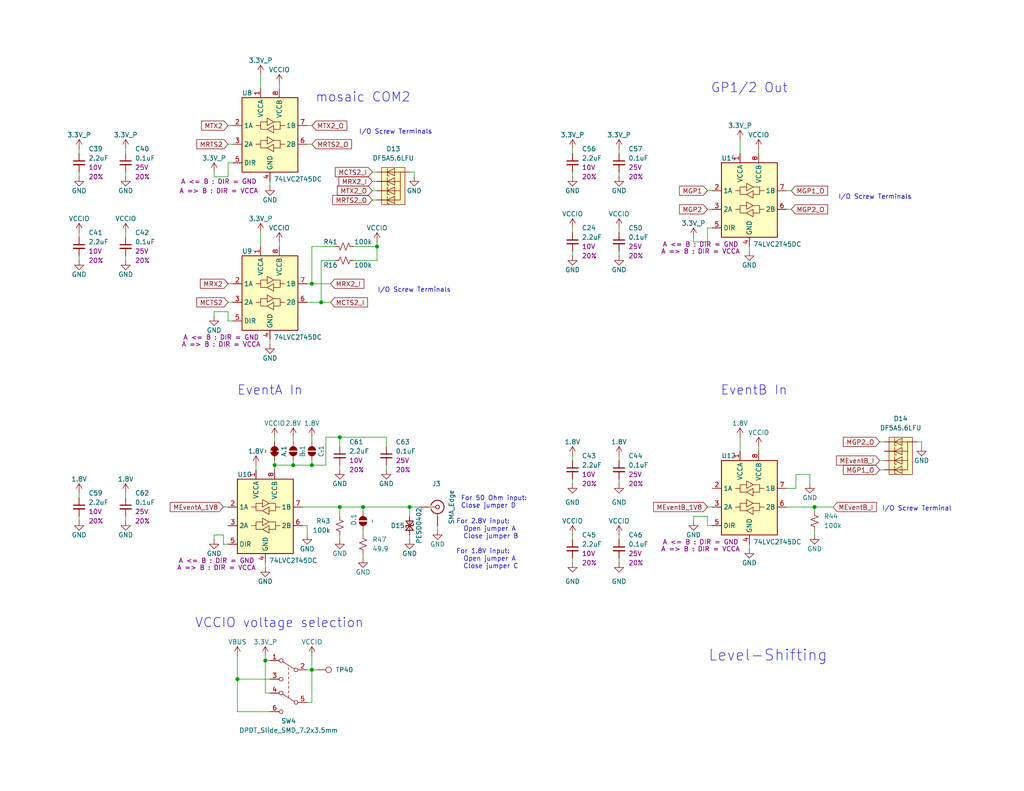
<source format=kicad_sch>
(kicad_sch (version 20231120) (generator "eeschema") (generator_version "8.0")
  (paper "USLetter")
  (title_block (title "Level Shifting"))
  (junction (at 92.71 119.38))
  (junction (at 74.93 127))
  (junction (at 99.06 138.43))
  (junction (at 64.77 185.42))
  (junction (at 85.09 77.47))
  (junction (at 72.39 180.34))
  (junction (at 92.71 138.43))
  (junction (at 111.76 138.43))
  (junction (at 102.87 67.31))
  (junction (at 85.09 127))
  (junction (at 85.09 182.88))
  (junction (at 87.63 82.55))
  (junction (at 80.01 127))
  (junction (at 222.25 138.43))
  (wire (pts (xy 21.59 48.26) (xy 21.59 46.99)))
  (wire (pts (xy 58.42 46.99) (xy 58.42 48.26)))
  (wire (pts (xy 85.09 67.31) (xy 85.09 77.47)))
  (wire (pts (xy 73.66 92.71) (xy 73.66 93.98)))
  (wire (pts (xy 193.04 52.07) (xy 194.31 52.07)))
  (wire (pts (xy 85.09 179.07) (xy 85.09 182.88)))
  (wire (pts (xy 62.23 44.45) (xy 63.5 44.45)))
  (wire (pts (xy 82.55 138.43) (xy 92.71 138.43)))
  (wire (pts (xy 156.21 125.73) (xy 156.21 124.46)))
  (wire (pts (xy 69.85 127) (xy 69.85 128.27)))
  (wire (pts (xy 83.82 82.55) (xy 87.63 82.55)))
  (wire (pts (xy 82.55 143.51) (xy 83.82 143.51)))
  (wire (pts (xy 222.25 138.43) (xy 222.25 139.7)))
  (wire (pts (xy 240.03 120.65) (xy 241.3 120.65)))
  (wire (pts (xy 88.9 127) (xy 88.9 119.38)))
  (wire (pts (xy 111.76 46.99) (xy 113.03 46.99)))
  (wire (pts (xy 214.63 138.43) (xy 222.25 138.43)))
  (wire (pts (xy 92.71 128.27) (xy 92.71 127)))
  (wire (pts (xy 85.09 67.31) (xy 91.44 67.31)))
  (wire (pts (xy 168.91 147.32) (xy 168.91 146.05)))
  (wire (pts (xy 34.29 48.26) (xy 34.29 46.99)))
  (wire (pts (xy 214.63 57.15) (xy 215.9 57.15)))
  (wire (pts (xy 96.52 71.12) (xy 102.87 71.12)))
  (wire (pts (xy 72.39 179.07) (xy 72.39 180.34)))
  (wire (pts (xy 168.91 41.91) (xy 168.91 40.64)))
  (wire (pts (xy 21.59 135.89) (xy 21.59 134.62)))
  (wire (pts (xy 101.6 49.53) (xy 102.87 49.53)))
  (wire (pts (xy 85.09 125.73) (xy 85.09 127)))
  (wire (pts (xy 21.59 71.12) (xy 21.59 69.85)))
  (wire (pts (xy 105.41 128.27) (xy 105.41 127)))
  (wire (pts (xy 99.06 138.43) (xy 111.76 138.43)))
  (wire (pts (xy 60.96 148.59) (xy 60.96 146.05)))
  (wire (pts (xy 168.91 48.26) (xy 168.91 46.99)))
  (wire (pts (xy 62.23 77.47) (xy 63.5 77.47)))
  (wire (pts (xy 220.98 129.54) (xy 220.98 132.08)))
  (wire (pts (xy 21.59 41.91) (xy 21.59 40.64)))
  (wire (pts (xy 189.23 140.97) (xy 193.04 140.97)))
  (wire (pts (xy 102.87 71.12) (xy 102.87 67.31)))
  (wire (pts (xy 73.66 194.31) (xy 64.77 194.31)))
  (wire (pts (xy 85.09 182.88) (xy 85.09 191.77)))
  (wire (pts (xy 62.23 34.29) (xy 63.5 34.29)))
  (wire (pts (xy 204.47 67.31) (xy 204.47 68.58)))
  (wire (pts (xy 58.42 146.05) (xy 58.42 147.32)))
  (wire (pts (xy 193.04 138.43) (xy 194.31 138.43)))
  (wire (pts (xy 85.09 119.38) (xy 85.09 120.65)))
  (wire (pts (xy 72.39 180.34) (xy 73.66 180.34)))
  (wire (pts (xy 83.82 191.77) (xy 85.09 191.77)))
  (wire (pts (xy 201.93 38.1) (xy 201.93 41.91)))
  (wire (pts (xy 85.09 182.88) (xy 86.36 182.88)))
  (wire (pts (xy 111.76 138.43) (xy 114.3 138.43)))
  (wire (pts (xy 96.52 67.31) (xy 102.87 67.31)))
  (wire (pts (xy 76.2 22.86) (xy 76.2 24.13)))
  (wire (pts (xy 101.6 52.07) (xy 102.87 52.07)))
  (wire (pts (xy 64.77 185.42) (xy 64.77 179.07)))
  (wire (pts (xy 83.82 39.37) (xy 85.09 39.37)))
  (wire (pts (xy 99.06 144.78) (xy 99.06 146.05)))
  (wire (pts (xy 101.6 46.99) (xy 102.87 46.99)))
  (wire (pts (xy 250.19 120.65) (xy 251.46 120.65)))
  (wire (pts (xy 168.91 69.85) (xy 168.91 68.58)))
  (wire (pts (xy 71.12 63.5) (xy 71.12 67.31)))
  (wire (pts (xy 207.01 121.92) (xy 207.01 123.19)))
  (wire (pts (xy 83.82 77.47) (xy 85.09 77.47)))
  (wire (pts (xy 102.87 67.31) (xy 102.87 66.04)))
  (wire (pts (xy 111.76 147.32) (xy 111.76 146.05)))
  (wire (pts (xy 87.63 82.55) (xy 90.17 82.55)))
  (wire (pts (xy 168.91 132.08) (xy 168.91 130.81)))
  (wire (pts (xy 60.96 148.59) (xy 62.23 148.59)))
  (wire (pts (xy 62.23 48.26) (xy 62.23 44.45)))
  (wire (pts (xy 85.09 182.88) (xy 83.82 182.88)))
  (wire (pts (xy 87.63 71.12) (xy 91.44 71.12)))
  (wire (pts (xy 193.04 57.15) (xy 194.31 57.15)))
  (wire (pts (xy 156.21 147.32) (xy 156.21 146.05)))
  (wire (pts (xy 87.63 71.12) (xy 87.63 82.55)))
  (wire (pts (xy 222.25 144.78) (xy 222.25 146.05)))
  (wire (pts (xy 92.71 146.05) (xy 92.71 147.32)))
  (wire (pts (xy 193.04 140.97) (xy 193.04 143.51)))
  (wire (pts (xy 64.77 194.31) (xy 64.77 185.42)))
  (wire (pts (xy 92.71 119.38) (xy 105.41 119.38)))
  (wire (pts (xy 58.42 48.26) (xy 62.23 48.26)))
  (wire (pts (xy 214.63 133.35) (xy 217.17 133.35)))
  (wire (pts (xy 168.91 153.67) (xy 168.91 152.4)))
  (wire (pts (xy 217.17 133.35) (xy 217.17 129.54)))
  (wire (pts (xy 58.42 85.09) (xy 62.23 85.09)))
  (wire (pts (xy 105.41 119.38) (xy 105.41 121.92)))
  (wire (pts (xy 214.63 52.07) (xy 215.9 52.07)))
  (wire (pts (xy 156.21 69.85) (xy 156.21 68.58)))
  (wire (pts (xy 92.71 119.38) (xy 92.71 121.92)))
  (wire (pts (xy 62.23 87.63) (xy 63.5 87.63)))
  (wire (pts (xy 60.96 146.05) (xy 58.42 146.05)))
  (wire (pts (xy 217.17 129.54) (xy 220.98 129.54)))
  (wire (pts (xy 62.23 85.09) (xy 62.23 87.63)))
  (wire (pts (xy 74.93 119.38) (xy 74.93 120.65)))
  (wire (pts (xy 201.93 119.38) (xy 201.93 123.19)))
  (wire (pts (xy 73.66 49.53) (xy 73.66 50.8)))
  (wire (pts (xy 92.71 138.43) (xy 99.06 138.43)))
  (wire (pts (xy 119.38 143.51) (xy 119.38 144.78)))
  (wire (pts (xy 72.39 180.34) (xy 72.39 189.23)))
  (wire (pts (xy 193.04 143.51) (xy 194.31 143.51)))
  (wire (pts (xy 73.66 189.23) (xy 72.39 189.23)))
  (wire (pts (xy 222.25 138.43) (xy 227.33 138.43)))
  (wire (pts (xy 156.21 153.67) (xy 156.21 152.4)))
  (wire (pts (xy 62.23 39.37) (xy 63.5 39.37)))
  (wire (pts (xy 34.29 41.91) (xy 34.29 40.64)))
  (wire (pts (xy 80.01 125.73) (xy 80.01 127)))
  (wire (pts (xy 204.47 148.59) (xy 204.47 149.86)))
  (wire (pts (xy 34.29 64.77) (xy 34.29 63.5)))
  (wire (pts (xy 99.06 151.13) (xy 99.06 152.4)))
  (wire (pts (xy 62.23 82.55) (xy 63.5 82.55)))
  (wire (pts (xy 85.09 127) (xy 88.9 127)))
  (wire (pts (xy 88.9 119.38) (xy 92.71 119.38)))
  (wire (pts (xy 156.21 63.5) (xy 156.21 62.23)))
  (wire (pts (xy 193.04 62.23) (xy 194.31 62.23)))
  (wire (pts (xy 168.91 125.73) (xy 168.91 124.46)))
  (wire (pts (xy 156.21 48.26) (xy 156.21 46.99)))
  (wire (pts (xy 71.12 20.32) (xy 71.12 24.13)))
  (wire (pts (xy 189.23 142.24) (xy 189.23 140.97)))
  (wire (pts (xy 80.01 127) (xy 85.09 127)))
  (wire (pts (xy 83.82 143.51) (xy 83.82 146.05)))
  (wire (pts (xy 72.39 153.67) (xy 72.39 154.94)))
  (wire (pts (xy 74.93 127) (xy 80.01 127)))
  (wire (pts (xy 193.04 66.04) (xy 189.23 66.04)))
  (wire (pts (xy 156.21 41.91) (xy 156.21 40.64)))
  (wire (pts (xy 92.71 138.43) (xy 92.71 140.97)))
  (wire (pts (xy 111.76 138.43) (xy 111.76 140.97)))
  (wire (pts (xy 189.23 64.77) (xy 189.23 66.04)))
  (wire (pts (xy 156.21 132.08) (xy 156.21 130.81)))
  (wire (pts (xy 251.46 120.65) (xy 251.46 121.92)))
  (wire (pts (xy 85.09 77.47) (xy 90.17 77.47)))
  (wire (pts (xy 76.2 66.04) (xy 76.2 67.31)))
  (wire (pts (xy 240.03 128.27) (xy 241.3 128.27)))
  (wire (pts (xy 168.91 63.5) (xy 168.91 62.23)))
  (wire (pts (xy 101.6 54.61) (xy 102.87 54.61)))
  (wire (pts (xy 240.03 125.73) (xy 241.3 125.73)))
  (wire (pts (xy 193.04 66.04) (xy 193.04 62.23)))
  (wire (pts (xy 21.59 142.24) (xy 21.59 140.97)))
  (wire (pts (xy 83.82 34.29) (xy 85.09 34.29)))
  (wire (pts (xy 21.59 64.77) (xy 21.59 63.5)))
  (wire (pts (xy 34.29 142.24) (xy 34.29 140.97)))
  (wire (pts (xy 99.06 138.43) (xy 99.06 139.7)))
  (wire (pts (xy 64.77 185.42) (xy 73.66 185.42)))
  (wire (pts (xy 58.42 86.36) (xy 58.42 85.09)))
  (wire (pts (xy 207.01 40.64) (xy 207.01 41.91)))
  (wire (pts (xy 60.96 138.43) (xy 62.23 138.43)))
  (wire (pts (xy 74.93 125.73) (xy 74.93 127)))
  (wire (pts (xy 74.93 127) (xy 74.93 128.27)))
  (wire (pts (xy 80.01 119.38) (xy 80.01 120.65)))
  (wire (pts (xy 113.03 46.99) (xy 113.03 48.26)))
  (wire (pts (xy 34.29 71.12) (xy 34.29 69.85)))
  (wire (pts (xy 34.29 135.89) (xy 34.29 134.62)))
  (text "I/O Screw Terminals" (at 238.76 54.61 0) (effects (font (size 1.27 1.27)) (justify bottom)))
  (text "GP1/2 Out" (at 204.47 24.13 0) (effects (font (size 2.54 2.54))))
  (text "I/O Screw Terminals" (at 107.95 36.83 0) (effects (font (size 1.27 1.27)) (justify bottom)))
  (text "For 50 Ohm input:\nClose jumper D" (at 125.73 137.16 0) (effects (font (size 1.27 1.27)) (justify left)))
  (text "mosaic COM2" (at 99.06 26.67 0) (effects (font (size 2.54 2.54))))
  (text "I/O Screw Terminal" (at 250.19 139.7 0) (effects (font (size 1.27 1.27)) (justify bottom)))
  (text "Level-Shifting" (at 209.55 179.07 0) (effects (font (size 3 3))))
  (text "For 2.8V input:\n  Open jumper A\n  Close jumper B\n\nFor 1.8V input:\n  Open jumper A\n  Close jumper C" (at 124.46 148.59 0) (effects (font (size 1.27 1.27)) (justify left)))
  (text "I/O Screw Terminals" (at 113.03 80.01 0) (effects (font (size 1.27 1.27)) (justify bottom)))
  (text "EventB In" (at 205.74 106.68 0) (effects (font (size 2.54 2.54))))
  (text "EventA In" (at 73.66 106.68 0) (effects (font (size 2.54 2.54))))
  (text "VCCIO voltage selection" (at 76.2 170.18 0) (effects (font (size 2.54 2.54))))
  (global_label "MEventB_1V8" (shape input) (at 193.04 138.43 180) (property "Intersheetrefs" "${INTERSHEET_REFS}" (effects (hide yes))))
  (global_label "MCTS2_I" (shape input) (at 101.6 46.99 180) (property "Intersheetrefs" "${INTERSHEET_REFS}" (effects (hide yes))))
  (global_label "MEventB_I" (shape input) (at 240.03 125.73 180) (property "Intersheetrefs" "${INTERSHEET_REFS}" (effects (hide yes))))
  (global_label "MGP1_O" (shape input) (at 240.03 128.27 180) (property "Intersheetrefs" "${INTERSHEET_REFS}" (effects (hide yes))))
  (global_label "MEventB_I" (shape input) (at 227.33 138.43 0) (property "Intersheetrefs" "${INTERSHEET_REFS}" (effects (hide yes))))
  (global_label "MTX2_O" (shape input) (at 85.09 34.29 0) (property "Intersheetrefs" "${INTERSHEET_REFS}" (effects (hide yes))))
  (global_label "MGP2_O" (shape input) (at 215.9 57.15 0) (property "Intersheetrefs" "${INTERSHEET_REFS}" (effects (hide yes))))
  (global_label "MRTS2_O" (shape input) (at 101.6 54.61 180) (property "Intersheetrefs" "${INTERSHEET_REFS}" (effects (hide yes))))
  (global_label "MGP2_O" (shape input) (at 240.03 120.65 180) (property "Intersheetrefs" "${INTERSHEET_REFS}" (effects (hide yes))))
  (global_label "MRX2" (shape input) (at 62.23 77.47 180) (property "Intersheetrefs" "${INTERSHEET_REFS}" (effects (hide yes))))
  (global_label "MRX2_I" (shape input) (at 90.17 77.47 0) (property "Intersheetrefs" "${INTERSHEET_REFS}" (effects (hide yes))))
  (global_label "MEventA_1V8" (shape input) (at 60.96 138.43 180) (property "Intersheetrefs" "${INTERSHEET_REFS}" (effects (hide yes))))
  (global_label "MCTS2_I" (shape input) (at 90.17 82.55 0) (property "Intersheetrefs" "${INTERSHEET_REFS}" (effects (hide yes))))
  (global_label "MRX2_I" (shape input) (at 101.6 49.53 180) (property "Intersheetrefs" "${INTERSHEET_REFS}" (effects (hide yes))))
  (global_label "MTX2_O" (shape input) (at 101.6 52.07 180) (property "Intersheetrefs" "${INTERSHEET_REFS}" (effects (hide yes))))
  (global_label "MRTS2_O" (shape input) (at 85.09 39.37 0) (property "Intersheetrefs" "${INTERSHEET_REFS}" (effects (hide yes))))
  (global_label "MTX2" (shape input) (at 62.23 34.29 180) (property "Intersheetrefs" "${INTERSHEET_REFS}" (effects (hide yes))))
  (global_label "MRTS2" (shape input) (at 62.23 39.37 180) (property "Intersheetrefs" "${INTERSHEET_REFS}" (effects (hide yes))))
  (global_label "MGP1" (shape input) (at 193.04 52.07 180) (property "Intersheetrefs" "${INTERSHEET_REFS}" (effects (hide yes))))
  (global_label "MGP2" (shape input) (at 193.04 57.15 180) (property "Intersheetrefs" "${INTERSHEET_REFS}" (effects (hide yes))))
  (global_label "MCTS2" (shape input) (at 62.23 82.55 180) (property "Intersheetrefs" "${INTERSHEET_REFS}" (effects (hide yes))))
  (global_label "MGP1_O" (shape input) (at 215.9 52.07 0) (property "Intersheetrefs" "${INTERSHEET_REFS}" (effects (hide yes))))
  (symbol (lib_id "SparkFun-PowerSymbol:GND") (at 204.47 149.86 0) (unit 1)
    (property "Reference" "#PWR0159" (effects (hide yes)))
    (property "Value" "GND" (at 204.47 153.67 0))
    (property "Description" "Power symbol creates a global label with name \"GND\" , ground" (effects (hide yes)))
  )
  (symbol (lib_id "SparkFun-PowerSymbol:VCC") (at 74.93 119.38 0) (unit 1)
    (property "Reference" "#PWR0160" (effects (hide yes)))
    (property "Value" "VCCIO" (at 74.93 115.57 0))
    (property "Description" "Power symbol creates a global label with name \"VCC\"" (effects (hide yes)))
  )
  (symbol (lib_id "SparkFun-Jumper:SolderJumper_2_Open") (at 99.06 142.24 90) (unit 1)
    (property "Reference" "D.1" (at 96.52 143.51 0) (effects (justify left)))
    (property "Value" "~" (at 101.6 142.24 0))
    (property "Footprint" "SparkFun-Jumper:Jumper_2_NO" (effects (hide yes)))
    (property "Description" "Solder Jumper, 2-pole, open" (effects (hide yes)))
  )
  (symbol (lib_id "power:GND") (at 168.91 153.67 0) (unit 1)
    (property "Reference" "#PWR0165" (effects (hide yes)))
    (property "Value" "GND" (at 168.91 158.75 0))
    (property "Description" "Power symbol creates a global label with name \"GND\" , ground" (effects (hide yes)))
  )
  (symbol (lib_id "SparkFun-PowerSymbol:VCC") (at 207.01 121.92 0) (unit 1)
    (property "Reference" "#PWR0161" (effects (hide yes)))
    (property "Value" "VCCIO" (at 207.01 118.11 0))
    (property "Description" "Power symbol creates a global label with name \"VCC\"" (effects (hide yes)))
  )
  (symbol (lib_id "SparkFun-Capacitor:2.2uF_0603_10V_20%") (at 156.21 66.04 0) (mirror y) (unit 1)
    (property "Reference" "C24" (at 158.75 62.2362 0) (effects (justify right)))
    (property "Value" "2.2uF" (at 158.75 64.7762 0) (effects (justify right)))
    (property "Footprint" "SparkFun-Capacitor:C_0603_1608Metric" (effects (hide yes)))
    (property "Datasheet" "https://cdn.sparkfun.com/assets/8/a/4/a/5/Kemet_Capacitor_Datasheet.pdf" (effects (hide yes)))
    (property "Description" "Unpolarized capacitor" (effects (hide yes)))
    (property "PROD_ID" "CAP-07888" (effects (hide yes)))
    (property "Voltage" "10V" (at 158.75 67.3162 0) (effects (justify right)))
    (property "Tolerance" "20%" (at 158.75 69.8562 0) (effects (justify right)))
  )
  (symbol (lib_id "SparkFun-PowerSymbol:VBUS") (at 64.77 179.07 0) (unit 1)
    (property "Reference" "#PWR0169" (effects (hide yes)))
    (property "Value" "VBUS" (at 64.77 175.26 0))
    (property "Description" "Power symbol creates a global label with name \"VBUS\"" (effects (hide yes)))
  )
  (symbol (lib_id "SparkFun-DiscreteSemi:D_TVS_ESD_4_HS") (at 245.11 125.73 90) (unit 1)
    (property "Reference" "D14" (at 245.745 114.3 90))
    (property "Value" "DF5A5.6LFU" (at 245.745 116.84 90))
    (property "Footprint" "SparkFun-Semiconductor-Standard:SOT-353" (effects (hide yes)))
    (property "Datasheet" "https://toshiba.semicon-storage.com/info/DF5A5.6LFU_datasheet_en_20140301.pdf?did=22260&prodName=DF5A5.6LFU" (effects (hide yes)))
    (property "Description" "Low capacitance microSD unidirectional quadruple ESD protection diode array, 3.3V, Common Anode, SOT-353" (effects (hide yes)))
    (property "PROD_ID" "DIO-20454" (effects (hide yes)))
  )
  (symbol (lib_id "SparkFun-PowerSymbol:3.3V_P") (at 72.39 179.07 0) (unit 1)
    (property "Reference" "#PWR0132" (effects (hide yes)))
    (property "Value" "3.3V_P" (at 72.39 175.26 0))
    (property "Description" "Power symbol creates a global label with name \"3.3V_P\"" (effects (hide yes)))
  )
  (symbol (lib_id "SparkFun-PowerSymbol:VCC") (at 168.91 146.05 0) (unit 1)
    (property "Reference" "#PWR0164" (effects (hide yes)))
    (property "Value" "VCCIO" (at 168.91 142.24 0))
    (property "Description" "Power symbol creates a global label with name \"VCC\"" (effects (hide yes)))
  )
  (symbol (lib_id "SparkFun-Resistor:49.9_0603") (at 99.06 148.59 270) (unit 1)
    (property "Reference" "R47" (at 101.6 147.3199 90) (effects (justify left)))
    (property "Value" "49.9" (at 101.6 149.8599 90) (effects (justify left)))
    (property "Footprint" "SparkFun-Resistor:R_0603_1608Metric" (effects (hide yes)))
    (property "Datasheet" "https://www.vishay.com/docs/20035/dcrcwe3.pdf" (effects (hide yes)))
    (property "Description" "Resistor" (effects (hide yes)))
    (property "PROD_ID" "RES-16237" (effects (hide yes)))
    (property "Wattage" "0.5W" (effects (hide yes)))
    (property "Tolerance" "1%" (effects (hide yes)))
  )
  (symbol (lib_id "SparkFun-PowerSymbol:GND") (at 83.82 146.05 0) (unit 1)
    (property "Reference" "#PWR0209" (effects (hide yes)))
    (property "Value" "GND" (at 83.82 149.86 0))
    (property "Description" "Power symbol creates a global label with name \"GND\" , ground" (effects (hide yes)))
  )
  (symbol (lib_id "SparkFun-PowerSymbol:VCC") (at 156.21 62.23 0) (unit 1)
    (property "Reference" "#PWR0190" (effects (hide yes)))
    (property "Value" "VCCIO" (at 156.21 58.42 0))
    (property "Description" "Power symbol creates a global label with name \"VCC\"" (effects (hide yes)))
  )
  (symbol (lib_id "SparkFun-PowerSymbol:3.3V_P") (at 156.21 40.64 0) (unit 1)
    (property "Reference" "#PWR0232" (effects (hide yes)))
    (property "Value" "3.3V_P" (at 156.21 36.83 0))
    (property "Description" "Power symbol creates a global label with name \"3.3V_P\"" (effects (hide yes)))
  )
  (symbol (lib_id "power:GND") (at 99.06 152.4 0) (mirror y) (unit 1)
    (property "Reference" "#PWR0193" (effects (hide yes)))
    (property "Value" "GND" (at 99.06 156.21 0))
    (property "Description" "Power symbol creates a global label with name \"GND\" , ground" (effects (hide yes)))
  )
  (symbol (lib_id "power:GND") (at 21.59 142.24 0) (unit 1)
    (property "Reference" "#PWR0237" (effects (hide yes)))
    (property "Value" "GND" (at 21.59 146.05 0))
    (property "Description" "Power symbol creates a global label with name \"GND\" , ground" (effects (hide yes)))
  )
  (symbol (lib_id "SparkFun-PowerSymbol:GND") (at 73.66 93.98 0) (unit 1)
    (property "Reference" "#PWR0138" (effects (hide yes)))
    (property "Value" "GND" (at 73.66 97.79 0))
    (property "Description" "Power symbol creates a global label with name \"GND\" , ground" (effects (hide yes)))
  )
  (symbol (lib_id "SparkFun-PowerSymbol:GND") (at 220.98 132.08 0) (unit 1)
    (property "Reference" "#PWR0200" (effects (hide yes)))
    (property "Value" "GND" (at 220.98 135.89 0))
    (property "Description" "Power symbol creates a global label with name \"GND\" , ground" (effects (hide yes)))
  )
  (symbol (lib_id "SparkFun-Capacitor:0.1uF_0603_25V_20%") (at 168.91 128.27 0) (unit 1)
    (property "Reference" "C44" (at 171.45 124.4662 0) (effects (justify left)))
    (property "Value" "0.1uF" (at 171.45 127.0062 0) (effects (justify left)))
    (property "Footprint" "SparkFun-Capacitor:C_0603_1608Metric" (effects (hide yes)))
    (property "Datasheet" "https://cdn.sparkfun.com/assets/8/a/4/a/5/Kemet_Capacitor_Datasheet.pdf" (effects (hide yes)))
    (property "Description" "Unpolarized capacitor" (effects (hide yes)))
    (property "PROD_ID" "CAP-00810" (effects (hide yes)))
    (property "Voltage" "25V" (at 171.45 129.5462 0) (effects (justify left)))
    (property "Tolerance" "20%" (at 171.45 132.0862 0) (effects (justify left)))
  )
  (symbol (lib_id "SparkFun-PowerSymbol:VCC") (at 168.91 62.23 0) (unit 1)
    (property "Reference" "#PWR0194" (effects (hide yes)))
    (property "Value" "VCCIO" (at 168.91 58.42 0))
    (property "Description" "Power symbol creates a global label with name \"VCC\"" (effects (hide yes)))
  )
  (symbol (lib_id "SparkFun-Resistor:100k_0603") (at 93.98 71.12 0) (unit 1)
    (property "Reference" "R16" (at 90.17 72.39 0))
    (property "Value" "100k" (at 99.06 66.04 0))
    (property "Footprint" "SparkFun-Resistor:R_0603_1608Metric" (effects (hide yes)))
    (property "Datasheet" "https://www.vishay.com/docs/20035/dcrcwe3.pdf" (effects (hide yes)))
    (property "Description" "Resistor" (effects (hide yes)))
    (property "PROD_ID" "RES-07828" (effects (hide yes)))
  )
  (symbol (lib_id "SparkFun-IC-Logic:74LVC2T45DC") (at 73.66 80.01 0) (unit 1)
    (property "Reference" "U9" (at 66.04 68.58 0) (effects (justify left)))
    (property "Value" "74LVC2T45DC" (at 81.28 92.075 0))
    (property "Footprint" "SparkFun-Semiconductor-Standard:VSSOP8_SOT765-1" (effects (hide yes)))
    (property "Datasheet" "https://assets.nexperia.com/documents/data-sheet/74LVC_LVCH2T45.pdf" (effects (hide yes)))
    (property "Description" "Dual supply translating transceiver, 3-state, 2-bit, VSSOP-8" (effects (hide yes)))
    (property "PROD_ID" "IC-19989" (effects (hide yes)))
    (property "DIR1" "A <= B : DIR = GND" (at 60.325 92.075 0))
    (property "DIR2" "A => B : DIR = VCCA" (at 60.325 93.98 0))
  )
  (symbol (lib_id "SparkFun-IC-Logic:74LVC2T45DC") (at 204.47 54.61 0) (unit 1)
    (property "Reference" "U14" (at 196.85 43.18 0) (effects (justify left)))
    (property "Value" "74LVC2T45DC" (at 212.09 66.675 0))
    (property "Footprint" "SparkFun-Semiconductor-Standard:VSSOP8_SOT765-1" (effects (hide yes)))
    (property "Datasheet" "https://assets.nexperia.com/documents/data-sheet/74LVC_LVCH2T45.pdf" (effects (hide yes)))
    (property "Description" "Dual supply translating transceiver, 3-state, 2-bit, VSSOP-8" (effects (hide yes)))
    (property "PROD_ID" "IC-19989" (effects (hide yes)))
    (property "DIR1" "A <= B : DIR = GND" (at 191.135 66.675 0))
    (property "DIR2" "A => B : DIR = VCCA" (at 191.135 68.58 0))
  )
  (symbol (lib_id "SparkFun-Capacitor:0.1uF_0603_25V_20%") (at 168.91 44.45 0) (unit 1)
    (property "Reference" "C57" (at 171.45 40.6462 0) (effects (justify left)))
    (property "Value" "0.1uF" (at 171.45 43.1862 0) (effects (justify left)))
    (property "Footprint" "SparkFun-Capacitor:C_0603_1608Metric" (effects (hide yes)))
    (property "Datasheet" "https://cdn.sparkfun.com/assets/8/a/4/a/5/Kemet_Capacitor_Datasheet.pdf" (effects (hide yes)))
    (property "Description" "Unpolarized capacitor" (effects (hide yes)))
    (property "PROD_ID" "CAP-00810" (effects (hide yes)))
    (property "Voltage" "25V" (at 171.45 45.7262 0) (effects (justify left)))
    (property "Tolerance" "20%" (at 171.45 48.2662 0) (effects (justify left)))
  )
  (symbol (lib_id "power:GND") (at 156.21 153.67 0) (unit 1)
    (property "Reference" "#PWR0163" (effects (hide yes)))
    (property "Value" "GND" (at 156.21 158.75 0))
    (property "Description" "Power symbol creates a global label with name \"GND\" , ground" (effects (hide yes)))
  )
  (symbol (lib_id "SparkFun-Capacitor:0.1uF_0603_25V_20%") (at 34.29 44.45 0) (unit 1)
    (property "Reference" "C40" (at 36.83 40.6462 0) (effects (justify left)))
    (property "Value" "0.1uF" (at 36.83 43.1862 0) (effects (justify left)))
    (property "Footprint" "SparkFun-Capacitor:C_0603_1608Metric" (effects (hide yes)))
    (property "Datasheet" "https://cdn.sparkfun.com/assets/8/a/4/a/5/Kemet_Capacitor_Datasheet.pdf" (effects (hide yes)))
    (property "Description" "Unpolarized capacitor" (effects (hide yes)))
    (property "PROD_ID" "CAP-00810" (effects (hide yes)))
    (property "Voltage" "25V" (at 36.83 45.7262 0) (effects (justify left)))
    (property "Tolerance" "20%" (at 36.83 48.2662 0) (effects (justify left)))
  )
  (symbol (lib_id "SparkFun-PowerSymbol:VCC") (at 34.29 63.5 0) (unit 1)
    (property "Reference" "#PWR0148" (effects (hide yes)))
    (property "Value" "VCCIO" (at 34.29 59.69 0))
    (property "Description" "Power symbol creates a global label with name \"VCC\"" (effects (hide yes)))
  )
  (symbol (lib_id "SparkFun-PowerSymbol:1.8V") (at 69.85 127 0) (unit 1)
    (property "Reference" "#PWR0156" (effects (hide yes)))
    (property "Value" "1.8V" (at 69.85 123.19 0))
    (property "Description" "Power symbol creates a global label with name \"1.8V\"" (effects (hide yes)))
  )
  (symbol (lib_id "SparkFun-PowerSymbol:1.8V") (at 85.09 119.38 0) (unit 1)
    (property "Reference" "#PWR0212" (effects (hide yes)))
    (property "Value" "1.8V" (at 85.09 115.57 0))
    (property "Description" "Power symbol creates a global label with name \"1.8V\"" (effects (hide yes)))
  )
  (symbol (lib_id "SparkFun-DiscreteSemi:D_TVS_ESD_4_HS") (at 106.68 52.07 90) (unit 1)
    (property "Reference" "D13" (at 107.315 40.64 90))
    (property "Value" "DF5A5.6LFU" (at 107.315 43.18 90))
    (property "Footprint" "SparkFun-Semiconductor-Standard:SOT-353" (effects (hide yes)))
    (property "Datasheet" "https://toshiba.semicon-storage.com/info/DF5A5.6LFU_datasheet_en_20140301.pdf?did=22260&prodName=DF5A5.6LFU" (effects (hide yes)))
    (property "Description" "Low capacitance microSD unidirectional quadruple ESD protection diode array, 3.3V, Common Anode, SOT-353" (effects (hide yes)))
    (property "PROD_ID" "DIO-20454" (effects (hide yes)))
  )
  (symbol (lib_id "SparkFun-IC-Logic:74LVC2T45DC") (at 204.47 135.89 0) (unit 1)
    (property "Reference" "U12" (at 196.85 124.46 0) (effects (justify left)))
    (property "Value" "74LVC2T45DC" (at 212.09 147.955 0))
    (property "Footprint" "SparkFun-Semiconductor-Standard:VSSOP8_SOT765-1" (effects (hide yes)))
    (property "Datasheet" "https://assets.nexperia.com/documents/data-sheet/74LVC_LVCH2T45.pdf" (effects (hide yes)))
    (property "Description" "Dual supply translating transceiver, 3-state, 2-bit, VSSOP-8" (effects (hide yes)))
    (property "PROD_ID" "IC-19989" (effects (hide yes)))
    (property "DIR1" "A <= B : DIR = GND" (at 191.135 147.955 0))
    (property "DIR2" "A => B : DIR = VCCA" (at 191.135 149.86 0))
  )
  (symbol (lib_id "power:GND") (at 21.59 48.26 0) (unit 1)
    (property "Reference" "#PWR0143" (effects (hide yes)))
    (property "Value" "GND" (at 21.59 52.07 0))
    (property "Description" "Power symbol creates a global label with name \"GND\" , ground" (effects (hide yes)))
  )
  (symbol (lib_id "SparkFun-PowerSymbol:VCC") (at 156.21 146.05 0) (unit 1)
    (property "Reference" "#PWR0162" (effects (hide yes)))
    (property "Value" "VCCIO" (at 156.21 142.24 0))
    (property "Description" "Power symbol creates a global label with name \"VCC\"" (effects (hide yes)))
  )
  (symbol (lib_id "SparkFun-Resistor:100k_0603") (at 92.71 143.51 90) (unit 1)
    (property "Reference" "R43" (at 90.17 142.2399 90) (effects (justify left)))
    (property "Value" "100k" (at 90.17 144.7799 90) (effects (justify left)))
    (property "Footprint" "SparkFun-Resistor:R_0603_1608Metric" (effects (hide yes)))
    (property "Datasheet" "https://www.vishay.com/docs/20035/dcrcwe3.pdf" (effects (hide yes)))
    (property "Description" "Resistor" (effects (hide yes)))
    (property "PROD_ID" "RES-07828" (effects (hide yes)))
  )
  (symbol (lib_id "power:GND") (at 21.59 71.12 0) (unit 1)
    (property "Reference" "#PWR0147" (effects (hide yes)))
    (property "Value" "GND" (at 21.59 74.93 0))
    (property "Description" "Power symbol creates a global label with name \"GND\" , ground" (effects (hide yes)))
  )
  (symbol (lib_id "power:GND") (at 92.71 128.27 0) (unit 1)
    (property "Reference" "#PWR0239" (effects (hide yes)))
    (property "Value" "GND" (at 92.71 132.08 0))
    (property "Description" "Power symbol creates a global label with name \"GND\" , ground" (effects (hide yes)))
  )
  (symbol (lib_id "SparkFun-PowerSymbol:GND") (at 73.66 50.8 0) (unit 1)
    (property "Reference" "#PWR0135" (effects (hide yes)))
    (property "Value" "GND" (at 73.66 54.61 0))
    (property "Description" "Power symbol creates a global label with name \"GND\" , ground" (effects (hide yes)))
  )
  (symbol (lib_id "SparkFun-PowerSymbol:GND") (at 72.39 154.94 0) (unit 1)
    (property "Reference" "#PWR0158" (effects (hide yes)))
    (property "Value" "GND" (at 72.39 158.75 0))
    (property "Description" "Power symbol creates a global label with name \"GND\" , ground" (effects (hide yes)))
  )
  (symbol (lib_id "SparkFun-PowerSymbol:1.8V") (at 21.59 134.62 0) (unit 1)
    (property "Reference" "#PWR0236" (effects (hide yes)))
    (property "Value" "1.8V" (at 21.59 130.81 0))
    (property "Description" "Power symbol creates a global label with name \"1.8V\"" (effects (hide yes)))
  )
  (symbol (lib_id "power:GND") (at 92.71 147.32 0) (mirror y) (unit 1)
    (property "Reference" "#PWR0172" (effects (hide yes)))
    (property "Value" "GND" (at 92.71 151.13 0))
    (property "Description" "Power symbol creates a global label with name \"GND\" , ground" (effects (hide yes)))
  )
  (symbol (lib_id "power:GND") (at 168.91 48.26 0) (unit 1)
    (property "Reference" "#PWR0235" (effects (hide yes)))
    (property "Value" "GND" (at 168.91 52.07 0))
    (property "Description" "Power symbol creates a global label with name \"GND\" , ground" (effects (hide yes)))
  )
  (symbol (lib_id "SparkFun-PowerSymbol:3.3V_P") (at 71.12 63.5 0) (unit 1)
    (property "Reference" "#PWR0137" (effects (hide yes)))
    (property "Value" "3.3V_P" (at 71.12 59.69 0))
    (property "Description" "Power symbol creates a global label with name \"3.3V_P\"" (effects (hide yes)))
  )
  (symbol (lib_id "power:GND") (at 34.29 48.26 0) (unit 1)
    (property "Reference" "#PWR0145" (effects (hide yes)))
    (property "Value" "GND" (at 34.29 52.07 0))
    (property "Description" "Power symbol creates a global label with name \"GND\" , ground" (effects (hide yes)))
  )
  (symbol (lib_id "SparkFun-IC-Logic:74LVC2T45DC") (at 73.66 36.83 0) (unit 1)
    (property "Reference" "U8" (at 66.04 25.4 0) (effects (justify left)))
    (property "Value" "74LVC2T45DC" (at 81.28 48.895 0))
    (property "Footprint" "SparkFun-Semiconductor-Standard:VSSOP8_SOT765-1" (effects (hide yes)))
    (property "Datasheet" "https://assets.nexperia.com/documents/data-sheet/74LVC_LVCH2T45.pdf" (effects (hide yes)))
    (property "Description" "Dual supply translating transceiver, 3-state, 2-bit, VSSOP-8" (effects (hide yes)))
    (property "PROD_ID" "IC-19989" (effects (hide yes)))
    (property "DIR1" "A <= B : DIR = GND" (at 59.69 49.53 0))
    (property "DIR2" "A => B : DIR = VCCA" (at 59.69 52.07 0))
  )
  (symbol (lib_id "SparkFun-Resistor:100k_0603") (at 93.98 67.31 0) (mirror x) (unit 1)
    (property "Reference" "R41" (at 90.17 66.04 0))
    (property "Value" "100k" (at 99.06 72.39 0))
    (property "Footprint" "SparkFun-Resistor:R_0603_1608Metric" (effects (hide yes)))
    (property "Datasheet" "https://www.vishay.com/docs/20035/dcrcwe3.pdf" (effects (hide yes)))
    (property "Description" "Resistor" (effects (hide yes)))
    (property "PROD_ID" "RES-07828" (effects (hide yes)))
  )
  (symbol (lib_id "SparkFun-PowerSymbol:VCC") (at 76.2 22.86 0) (unit 1)
    (property "Reference" "#PWR0134" (effects (hide yes)))
    (property "Value" "VCCIO" (at 76.2 19.05 0))
    (property "Description" "Power symbol creates a global label with name \"VCC\"" (effects (hide yes)))
  )
  (symbol (lib_id "SparkFun-Capacitor:2.2uF_0603_10V_20%") (at 21.59 67.31 0) (mirror y) (unit 1)
    (property "Reference" "C41" (at 24.13 63.5062 0) (effects (justify right)))
    (property "Value" "2.2uF" (at 24.13 66.0462 0) (effects (justify right)))
    (property "Footprint" "SparkFun-Capacitor:C_0603_1608Metric" (effects (hide yes)))
    (property "Datasheet" "https://cdn.sparkfun.com/assets/8/a/4/a/5/Kemet_Capacitor_Datasheet.pdf" (effects (hide yes)))
    (property "Description" "Unpolarized capacitor" (effects (hide yes)))
    (property "PROD_ID" "CAP-07888" (effects (hide yes)))
    (property "Voltage" "10V" (at 24.13 68.5862 0) (effects (justify right)))
    (property "Tolerance" "20%" (at 24.13 71.1262 0) (effects (justify right)))
  )
  (symbol (lib_id "SparkFun-PowerSymbol:3.3V_P") (at 201.93 38.1 0) (unit 1)
    (property "Reference" "#PWR0205" (effects (hide yes)))
    (property "Value" "3.3V_P" (at 201.93 34.29 0))
    (property "Description" "Power symbol creates a global label with name \"3.3V_P\"" (effects (hide yes)))
  )
  (symbol (lib_id "SparkFun-PowerSymbol:GND") (at 58.42 147.32 0) (unit 1)
    (property "Reference" "#PWR0154" (effects (hide yes)))
    (property "Value" "GND" (at 58.42 151.13 0))
    (property "Description" "Power symbol creates a global label with name \"GND\" , ground" (effects (hide yes)))
  )
  (symbol (lib_id "SparkFun-PowerSymbol:GND") (at 204.47 68.58 0) (unit 1)
    (property "Reference" "#PWR0206" (effects (hide yes)))
    (property "Value" "GND" (at 204.47 72.39 0))
    (property "Description" "Power symbol creates a global label with name \"GND\" , ground" (effects (hide yes)))
  )
  (symbol (lib_id "SparkFun-PowerSymbol:3.3V_P") (at 168.91 40.64 0) (unit 1)
    (property "Reference" "#PWR0234" (effects (hide yes)))
    (property "Value" "3.3V_P" (at 168.91 36.83 0))
    (property "Description" "Power symbol creates a global label with name \"3.3V_P\"" (effects (hide yes)))
  )
  (symbol (lib_id "SparkFun-PowerSymbol:GND") (at 119.38 144.78 0) (mirror y) (unit 1)
    (property "Reference" "#PWR0128" (effects (hide yes)))
    (property "Value" "GND" (at 119.38 148.59 0))
    (property "Description" "Power symbol creates a global label with name \"GND\" , ground" (effects (hide yes)))
  )
  (symbol (lib_id "power:GND") (at 156.21 69.85 0) (unit 1)
    (property "Reference" "#PWR0192" (effects (hide yes)))
    (property "Value" "GND" (at 156.21 73.66 0))
    (property "Description" "Power symbol creates a global label with name \"GND\" , ground" (effects (hide yes)))
  )
  (symbol (lib_id "SparkFun-PowerSymbol:3.3V_P") (at 71.12 20.32 0) (unit 1)
    (property "Reference" "#PWR0133" (effects (hide yes)))
    (property "Value" "3.3V_P" (at 71.12 16.51 0))
    (property "Description" "Power symbol creates a global label with name \"3.3V_P\"" (effects (hide yes)))
  )
  (symbol (lib_id "SparkFun-PowerSymbol:1.8V") (at 34.29 134.62 0) (unit 1)
    (property "Reference" "#PWR0240" (effects (hide yes)))
    (property "Value" "1.8V" (at 34.29 130.81 0))
    (property "Description" "Power symbol creates a global label with name \"1.8V\"" (effects (hide yes)))
  )
  (symbol (lib_id "power:GND") (at 168.91 69.85 0) (unit 1)
    (property "Reference" "#PWR0204" (effects (hide yes)))
    (property "Value" "GND" (at 168.91 73.66 0))
    (property "Description" "Power symbol creates a global label with name \"GND\" , ground" (effects (hide yes)))
  )
  (symbol (lib_id "SparkFun-Capacitor:2.2uF_0603_10V_20%") (at 156.21 149.86 0) (mirror y) (unit 1)
    (property "Reference" "C45" (at 158.75 146.0562 0) (effects (justify right)))
    (property "Value" "2.2uF" (at 158.75 148.5962 0) (effects (justify right)))
    (property "Footprint" "SparkFun-Capacitor:C_0603_1608Metric" (effects (hide yes)))
    (property "Datasheet" "https://cdn.sparkfun.com/assets/8/a/4/a/5/Kemet_Capacitor_Datasheet.pdf" (effects (hide yes)))
    (property "Description" "Unpolarized capacitor" (effects (hide yes)))
    (property "PROD_ID" "CAP-07888" (effects (hide yes)))
    (property "Voltage" "10V" (at 158.75 151.1362 0) (effects (justify right)))
    (property "Tolerance" "20%" (at 158.75 153.6762 0) (effects (justify right)))
  )
  (symbol (lib_id "SparkFun-RF:SMA_EdgeMount") (at 119.38 138.43 0) (unit 1)
    (property "Reference" "J3" (at 119.0626 132.08 0))
    (property "Value" "SMA_Edge" (at 123.19 138.43 90))
    (property "Footprint" "SparkFun-Connector:SMA_Edge" (effects (hide yes)))
    (property "Datasheet" "https://www.sparkfun.com/datasheets/Wireless/Antenna/SMA-Connector.pdf" (effects (hide yes)))
    (property "Description" "SMA PCB Edge Mount connector" (effects (hide yes)))
    (property "PROD_ID" "CONN-08289" (effects (hide yes)))
  )
  (symbol (lib_id "SparkFun-IC-Logic:74LVC2T45DC") (at 72.39 140.97 0) (unit 1)
    (property "Reference" "U10" (at 64.77 129.54 0) (effects (justify left)))
    (property "Value" "74LVC2T45DC" (at 80.01 153.035 0))
    (property "Footprint" "SparkFun-Semiconductor-Standard:VSSOP8_SOT765-1" (effects (hide yes)))
    (property "Datasheet" "https://assets.nexperia.com/documents/data-sheet/74LVC_LVCH2T45.pdf" (effects (hide yes)))
    (property "Description" "Dual supply translating transceiver, 3-state, 2-bit, VSSOP-8" (effects (hide yes)))
    (property "PROD_ID" "IC-19989" (effects (hide yes)))
    (property "DIR1" "A <= B : DIR = GND" (at 59.055 153.035 0))
    (property "DIR2" "A => B : DIR = VCCA" (at 59.055 154.94 0))
  )
  (symbol (lib_id "SparkFun-Capacitor:0.1uF_0603_25V_20%") (at 34.29 138.43 0) (unit 1)
    (property "Reference" "C62" (at 36.83 134.6262 0) (effects (justify left)))
    (property "Value" "0.1uF" (at 36.83 137.1662 0) (effects (justify left)))
    (property "Footprint" "SparkFun-Capacitor:C_0603_1608Metric" (effects (hide yes)))
    (property "Datasheet" "https://cdn.sparkfun.com/assets/8/a/4/a/5/Kemet_Capacitor_Datasheet.pdf" (effects (hide yes)))
    (property "Description" "Unpolarized capacitor" (effects (hide yes)))
    (property "PROD_ID" "CAP-00810" (effects (hide yes)))
    (property "Voltage" "25V" (at 36.83 139.7062 0) (effects (justify left)))
    (property "Tolerance" "20%" (at 36.83 142.2462 0) (effects (justify left)))
  )
  (symbol (lib_id "SparkFun-PowerSymbol:1.8V") (at 201.93 119.38 0) (unit 1)
    (property "Reference" "#PWR0167" (effects (hide yes)))
    (property "Value" "1.8V" (at 201.93 115.57 0))
    (property "Description" "Power symbol creates a global label with name \"1.8V\"" (effects (hide yes)))
  )
  (symbol (lib_id "SparkFun-Capacitor:0.1uF_0603_25V_20%") (at 34.29 67.31 0) (unit 1)
    (property "Reference" "C42" (at 36.83 63.5062 0) (effects (justify left)))
    (property "Value" "0.1uF" (at 36.83 66.0462 0) (effects (justify left)))
    (property "Footprint" "SparkFun-Capacitor:C_0603_1608Metric" (effects (hide yes)))
    (property "Datasheet" "https://cdn.sparkfun.com/assets/8/a/4/a/5/Kemet_Capacitor_Datasheet.pdf" (effects (hide yes)))
    (property "Description" "Unpolarized capacitor" (effects (hide yes)))
    (property "PROD_ID" "CAP-00810" (effects (hide yes)))
    (property "Voltage" "25V" (at 36.83 68.5862 0) (effects (justify left)))
    (property "Tolerance" "20%" (at 36.83 71.1262 0) (effects (justify left)))
  )
  (symbol (lib_id "SparkFun-PowerSymbol:GND") (at 58.42 86.36 0) (unit 1)
    (property "Reference" "#PWR0140" (effects (hide yes)))
    (property "Value" "GND" (at 58.42 90.17 0))
    (property "Description" "Power symbol creates a global label with name \"GND\" , ground" (effects (hide yes)))
  )
  (symbol (lib_id "power:GND") (at 111.76 147.32 0) (mirror y) (unit 1)
    (property "Reference" "#PWR0129" (effects (hide yes)))
    (property "Value" "GND" (at 111.76 151.13 0))
    (property "Description" "Power symbol creates a global label with name \"GND\" , ground" (effects (hide yes)))
  )
  (symbol (lib_id "power:GND") (at 105.41 128.27 0) (unit 1)
    (property "Reference" "#PWR0243" (effects (hide yes)))
    (property "Value" "GND" (at 105.41 132.08 0))
    (property "Description" "Power symbol creates a global label with name \"GND\" , ground" (effects (hide yes)))
  )
  (symbol (lib_id "SparkFun-PowerSymbol:GND") (at 113.03 48.26 0) (unit 1)
    (property "Reference" "#PWR0141" (effects (hide yes)))
    (property "Value" "GND" (at 113.03 52.07 0))
    (property "Description" "Power symbol creates a global label with name \"GND\" , ground" (effects (hide yes)))
  )
  (symbol (lib_id "SparkFun-Switch:DPDT_Slide_SMD_7.2x3.5mm") (at 78.74 182.88 0) (mirror y) (unit 1)
    (property "Reference" "SW4" (at 78.74 196.85 0))
    (property "Value" "DPDT_Slide_SMD_7.2x3.5mm" (at 78.74 199.39 0))
    (property "Footprint" "SparkFun-Switch:Slide_DPDT_SMD_7.2x3.5mm" (effects (hide yes)))
    (property "Datasheet" "https://www.sparkfun.com/datasheets/Components/SW_slide_ayz.pdf" (effects (hide yes)))
    (property "Description" "Switch dual pole double throw" (effects (hide yes)))
    (property "PROD_ID" "SWCH-08179" (effects (hide yes)))
    (property "Mfg Part#" "ABC" (effects (hide yes)))
  )
  (symbol (lib_id "SparkFun-PowerSymbol:VCC") (at 76.2 66.04 0) (unit 1)
    (property "Reference" "#PWR0139" (effects (hide yes)))
    (property "Value" "VCCIO" (at 76.2 62.23 0))
    (property "Description" "Power symbol creates a global label with name \"VCC\"" (effects (hide yes)))
  )
  (symbol (lib_id "power:GND") (at 156.21 132.08 0) (unit 1)
    (property "Reference" "#PWR0151" (effects (hide yes)))
    (property "Value" "GND" (at 156.21 137.16 0))
    (property "Description" "Power symbol creates a global label with name \"GND\" , ground" (effects (hide yes)))
  )
  (symbol (lib_id "SparkFun-DiscreteSemi:D_TVS_0402") (at 111.76 143.51 270) (mirror x) (unit 1)
    (property "Reference" "D15" (at 110.49 143.51 90) (effects (justify right)))
    (property "Value" "PESD0402" (at 114.3 143.51 0))
    (property "Footprint" "SparkFun-Capacitor:C_0402_1005Metric" (effects (hide yes)))
    (property "Datasheet" "https://www.littelfuse.com/~/media/electronics/product_specifications/polymer_esd_suppressors/littelfuse_polymer_esd_suppressor_pesd0402_140_product_specification.pdf.pdf" (effects (hide yes)))
    (property "Description" "Bidirectional transient-voltage-suppression diode" (effects (hide yes)))
    (property "PROD_ID" "DIO-15359" (effects (hide yes)))
  )
  (symbol (lib_id "SparkFun-Capacitor:0.1uF_0603_25V_20%") (at 168.91 66.04 0) (unit 1)
    (property "Reference" "C50" (at 171.45 62.2362 0) (effects (justify left)))
    (property "Value" "0.1uF" (at 171.45 64.7762 0) (effects (justify left)))
    (property "Footprint" "SparkFun-Capacitor:C_0603_1608Metric" (effects (hide yes)))
    (property "Datasheet" "https://cdn.sparkfun.com/assets/8/a/4/a/5/Kemet_Capacitor_Datasheet.pdf" (effects (hide yes)))
    (property "Description" "Unpolarized capacitor" (effects (hide yes)))
    (property "PROD_ID" "CAP-00810" (effects (hide yes)))
    (property "Voltage" "25V" (at 171.45 67.3162 0) (effects (justify left)))
    (property "Tolerance" "20%" (at 171.45 69.8562 0) (effects (justify left)))
  )
  (symbol (lib_id "SparkFun-Capacitor:2.2uF_0603_10V_20%") (at 156.21 44.45 0) (mirror y) (unit 1)
    (property "Reference" "C56" (at 158.75 40.6462 0) (effects (justify right)))
    (property "Value" "2.2uF" (at 158.75 43.1862 0) (effects (justify right)))
    (property "Footprint" "SparkFun-Capacitor:C_0603_1608Metric" (effects (hide yes)))
    (property "Datasheet" "https://cdn.sparkfun.com/assets/8/a/4/a/5/Kemet_Capacitor_Datasheet.pdf" (effects (hide yes)))
    (property "Description" "Unpolarized capacitor" (effects (hide yes)))
    (property "PROD_ID" "CAP-07888" (effects (hide yes)))
    (property "Voltage" "10V" (at 158.75 45.7262 0) (effects (justify right)))
    (property "Tolerance" "20%" (at 158.75 48.2662 0) (effects (justify right)))
  )
  (symbol (lib_id "SparkFun-PowerSymbol:3.3V_P") (at 34.29 40.64 0) (unit 1)
    (property "Reference" "#PWR0144" (effects (hide yes)))
    (property "Value" "3.3V_P" (at 34.29 36.83 0))
    (property "Description" "Power symbol creates a global label with name \"3.3V_P\"" (effects (hide yes)))
  )
  (symbol (lib_id "SparkFun-PowerSymbol:VCC") (at 85.09 179.07 0) (unit 1)
    (property "Reference" "#PWR0131" (effects (hide yes)))
    (property "Value" "VCCIO" (at 85.09 175.26 0))
    (property "Description" "Power symbol creates a global label with name \"VCC\"" (effects (hide yes)))
  )
  (symbol (lib_id "SparkFun-Capacitor:0.1uF_0603_25V_20%") (at 168.91 149.86 0) (unit 1)
    (property "Reference" "C46" (at 171.45 146.0562 0) (effects (justify left)))
    (property "Value" "0.1uF" (at 171.45 148.5962 0) (effects (justify left)))
    (property "Footprint" "SparkFun-Capacitor:C_0603_1608Metric" (effects (hide yes)))
    (property "Datasheet" "https://cdn.sparkfun.com/assets/8/a/4/a/5/Kemet_Capacitor_Datasheet.pdf" (effects (hide yes)))
    (property "Description" "Unpolarized capacitor" (effects (hide yes)))
    (property "PROD_ID" "CAP-00810" (effects (hide yes)))
    (property "Voltage" "25V" (at 171.45 151.1362 0) (effects (justify left)))
    (property "Tolerance" "20%" (at 171.45 153.6762 0) (effects (justify left)))
  )
  (symbol (lib_id "SparkFun-PowerSymbol:VCC") (at 102.87 66.04 0) (unit 1)
    (property "Reference" "#PWR0170" (effects (hide yes)))
    (property "Value" "VCCIO" (at 102.87 62.23 0))
    (property "Description" "Power symbol creates a global label with name \"VCC\"" (effects (hide yes)))
  )
  (symbol (lib_id "SparkFun-Resistor:100k_0603") (at 222.25 142.24 90) (unit 1)
    (property "Reference" "R44" (at 224.79 140.9699 90) (effects (justify right)))
    (property "Value" "100k" (at 224.79 143.5099 90) (effects (justify right)))
    (property "Footprint" "SparkFun-Resistor:R_0603_1608Metric" (effects (hide yes)))
    (property "Datasheet" "https://www.vishay.com/docs/20035/dcrcwe3.pdf" (effects (hide yes)))
    (property "Description" "Resistor" (effects (hide yes)))
    (property "PROD_ID" "RES-07828" (effects (hide yes)))
  )
  (symbol (lib_id "power:GND") (at 34.29 142.24 0) (unit 1)
    (property "Reference" "#PWR0241" (effects (hide yes)))
    (property "Value" "GND" (at 34.29 146.05 0))
    (property "Description" "Power symbol creates a global label with name \"GND\" , ground" (effects (hide yes)))
  )
  (symbol (lib_id "SparkFun-PowerSymbol:1.8V") (at 168.91 124.46 0) (unit 1)
    (property "Reference" "#PWR0152" (effects (hide yes)))
    (property "Value" "1.8V" (at 168.91 120.65 0))
    (property "Description" "Power symbol creates a global label with name \"1.8V\"" (effects (hide yes)))
  )
  (symbol (lib_id "SparkFun-Jumper:SolderJumper_2_Bridged") (at 74.93 123.19 270) (mirror x) (unit 1)
    (property "Reference" "A.1" (at 77.47 123.19 0))
    (property "Value" "~" (at 72.39 123.19 0))
    (property "Footprint" "SparkFun-Jumper:Jumper_2_NC_Trace" (effects (hide yes)))
    (property "Description" "Solder Jumper, 2-pole, closed/bridged" (effects (hide yes)))
  )
  (symbol (lib_id "SparkFun-Capacitor:2.2uF_0603_10V_20%") (at 92.71 124.46 0) (mirror y) (unit 1)
    (property "Reference" "C61" (at 95.25 120.6562 0) (effects (justify right)))
    (property "Value" "2.2uF" (at 95.25 123.1962 0) (effects (justify right)))
    (property "Footprint" "SparkFun-Capacitor:C_0603_1608Metric" (effects (hide yes)))
    (property "Datasheet" "https://cdn.sparkfun.com/assets/8/a/4/a/5/Kemet_Capacitor_Datasheet.pdf" (effects (hide yes)))
    (property "Description" "Unpolarized capacitor" (effects (hide yes)))
    (property "PROD_ID" "CAP-07888" (effects (hide yes)))
    (property "Voltage" "10V" (at 95.25 125.7362 0) (effects (justify right)))
    (property "Tolerance" "20%" (at 95.25 128.2762 0) (effects (justify right)))
  )
  (symbol (lib_id "SparkFun-PowerSymbol:2.8V") (at 80.01 119.38 0) (unit 1)
    (property "Reference" "#PWR0253" (effects (hide yes)))
    (property "Value" "2.8V" (at 80.01 115.57 0))
    (property "Description" "Power symbol creates a global label with name \"2.8V\"" (effects (hide yes)))
  )
  (symbol (lib_id "SparkFun-PowerSymbol:GND") (at 189.23 142.24 0) (unit 1)
    (property "Reference" "#PWR0155" (effects (hide yes)))
    (property "Value" "GND" (at 189.23 146.05 0))
    (property "Description" "Power symbol creates a global label with name \"GND\" , ground" (effects (hide yes)))
  )
  (symbol (lib_id "SparkFun-Capacitor:0.1uF_0603_25V_20%") (at 105.41 124.46 0) (unit 1)
    (property "Reference" "C63" (at 107.95 120.6562 0) (effects (justify left)))
    (property "Value" "0.1uF" (at 107.95 123.1962 0) (effects (justify left)))
    (property "Footprint" "SparkFun-Capacitor:C_0603_1608Metric" (effects (hide yes)))
    (property "Datasheet" "https://cdn.sparkfun.com/assets/8/a/4/a/5/Kemet_Capacitor_Datasheet.pdf" (effects (hide yes)))
    (property "Description" "Unpolarized capacitor" (effects (hide yes)))
    (property "PROD_ID" "CAP-00810" (effects (hide yes)))
    (property "Voltage" "25V" (at 107.95 125.7362 0) (effects (justify left)))
    (property "Tolerance" "20%" (at 107.95 128.2762 0) (effects (justify left)))
  )
  (symbol (lib_id "SparkFun-Jumper:SolderJumper_2_Open") (at 80.01 123.19 90) (unit 1)
    (property "Reference" "B.1" (at 82.55 123.19 0))
    (property "Value" "~" (at 82.55 123.19 0))
    (property "Footprint" "SparkFun-Jumper:Jumper_2_NO" (effects (hide yes)))
    (property "Description" "Solder Jumper, 2-pole, open" (effects (hide yes)))
  )
  (symbol (lib_id "SparkFun-Connector:TestPoint_PTH") (at 86.36 182.88 270) (unit 1)
    (property "Reference" "TP40" (at 93.98 182.88 90))
    (property "Value" "PTH" (effects (hide yes)))
    (property "Footprint" "SparkFun-Connector:1x01" (effects (hide yes)))
    (property "Description" "Test Point" (effects (hide yes)))
  )
  (symbol (lib_id "SparkFun-PowerSymbol:3.3V_P") (at 21.59 40.64 0) (unit 1)
    (property "Reference" "#PWR0142" (effects (hide yes)))
    (property "Value" "3.3V_P" (at 21.59 36.83 0))
    (property "Description" "Power symbol creates a global label with name \"3.3V_P\"" (effects (hide yes)))
  )
  (symbol (lib_id "SparkFun-Capacitor:2.2uF_0603_10V_20%") (at 21.59 138.43 0) (mirror y) (unit 1)
    (property "Reference" "C59" (at 24.13 134.6262 0) (effects (justify right)))
    (property "Value" "2.2uF" (at 24.13 137.1662 0) (effects (justify right)))
    (property "Footprint" "SparkFun-Capacitor:C_0603_1608Metric" (effects (hide yes)))
    (property "Datasheet" "https://cdn.sparkfun.com/assets/8/a/4/a/5/Kemet_Capacitor_Datasheet.pdf" (effects (hide yes)))
    (property "Description" "Unpolarized capacitor" (effects (hide yes)))
    (property "PROD_ID" "CAP-07888" (effects (hide yes)))
    (property "Voltage" "10V" (at 24.13 139.7062 0) (effects (justify right)))
    (property "Tolerance" "20%" (at 24.13 142.2462 0) (effects (justify right)))
  )
  (symbol (lib_id "power:GND") (at 168.91 132.08 0) (unit 1)
    (property "Reference" "#PWR0153" (effects (hide yes)))
    (property "Value" "GND" (at 168.91 137.16 0))
    (property "Description" "Power symbol creates a global label with name \"GND\" , ground" (effects (hide yes)))
  )
  (symbol (lib_id "SparkFun-PowerSymbol:GND") (at 251.46 121.92 0) (unit 1)
    (property "Reference" "#PWR0166" (effects (hide yes)))
    (property "Value" "GND" (at 251.46 125.73 0))
    (property "Description" "Power symbol creates a global label with name \"GND\" , ground" (effects (hide yes)))
  )
  (symbol (lib_id "power:GND") (at 156.21 48.26 0) (unit 1)
    (property "Reference" "#PWR0233" (effects (hide yes)))
    (property "Value" "GND" (at 156.21 52.07 0))
    (property "Description" "Power symbol creates a global label with name \"GND\" , ground" (effects (hide yes)))
  )
  (symbol (lib_id "SparkFun-PowerSymbol:VCC") (at 207.01 40.64 0) (unit 1)
    (property "Reference" "#PWR0208" (effects (hide yes)))
    (property "Value" "VCCIO" (at 207.01 36.83 0))
    (property "Description" "Power symbol creates a global label with name \"VCC\"" (effects (hide yes)))
  )
  (symbol (lib_id "SparkFun-Jumper:SolderJumper_2_Open") (at 85.09 123.19 90) (unit 1)
    (property "Reference" "C.1" (at 87.63 123.19 0))
    (property "Value" "~" (at 87.63 123.19 0))
    (property "Footprint" "SparkFun-Jumper:Jumper_2_NO" (effects (hide yes)))
    (property "Description" "Solder Jumper, 2-pole, open" (effects (hide yes)))
  )
  (symbol (lib_id "SparkFun-PowerSymbol:3.3V_P") (at 58.42 46.99 0) (unit 1)
    (property "Reference" "#PWR0136" (effects (hide yes)))
    (property "Value" "3.3V_P" (at 58.42 43.18 0))
    (property "Description" "Power symbol creates a global label with name \"3.3V_P\"" (effects (hide yes)))
  )
  (symbol (lib_id "SparkFun-Capacitor:2.2uF_0603_10V_20%") (at 21.59 44.45 0) (mirror y) (unit 1)
    (property "Reference" "C39" (at 24.13 40.6462 0) (effects (justify right)))
    (property "Value" "2.2uF" (at 24.13 43.1862 0) (effects (justify right)))
    (property "Footprint" "SparkFun-Capacitor:C_0603_1608Metric" (effects (hide yes)))
    (property "Datasheet" "https://cdn.sparkfun.com/assets/8/a/4/a/5/Kemet_Capacitor_Datasheet.pdf" (effects (hide yes)))
    (property "Description" "Unpolarized capacitor" (effects (hide yes)))
    (property "PROD_ID" "CAP-07888" (effects (hide yes)))
    (property "Voltage" "10V" (at 24.13 45.7262 0) (effects (justify right)))
    (property "Tolerance" "20%" (at 24.13 48.2662 0) (effects (justify right)))
  )
  (symbol (lib_id "SparkFun-PowerSymbol:GND") (at 222.25 146.05 0) (unit 1)
    (property "Reference" "#PWR0171" (effects (hide yes)))
    (property "Value" "GND" (at 222.25 149.86 0))
    (property "Description" "Power symbol creates a global label with name \"GND\" , ground" (effects (hide yes)))
  )
  (symbol (lib_id "SparkFun-Capacitor:2.2uF_0603_10V_20%") (at 156.21 128.27 0) (mirror y) (unit 1)
    (property "Reference" "C43" (at 158.75 124.4662 0) (effects (justify right)))
    (property "Value" "2.2uF" (at 158.75 127.0062 0) (effects (justify right)))
    (property "Footprint" "SparkFun-Capacitor:C_0603_1608Metric" (effects (hide yes)))
    (property "Datasheet" "https://cdn.sparkfun.com/assets/8/a/4/a/5/Kemet_Capacitor_Datasheet.pdf" (effects (hide yes)))
    (property "Description" "Unpolarized capacitor" (effects (hide yes)))
    (property "PROD_ID" "CAP-07888" (effects (hide yes)))
    (property "Voltage" "10V" (at 158.75 129.5462 0) (effects (justify right)))
    (property "Tolerance" "20%" (at 158.75 132.0862 0) (effects (justify right)))
  )
  (symbol (lib_id "SparkFun-PowerSymbol:3.3V_P") (at 189.23 64.77 0) (unit 1)
    (property "Reference" "#PWR0213" (effects (hide yes)))
    (property "Value" "3.3V_P" (at 189.23 60.96 0))
    (property "Description" "Power symbol creates a global label with name \"3.3V_P\"" (effects (hide yes)))
  )
  (symbol (lib_id "power:GND") (at 34.29 71.12 0) (unit 1)
    (property "Reference" "#PWR0149" (effects (hide yes)))
    (property "Value" "GND" (at 34.29 74.93 0))
    (property "Description" "Power symbol creates a global label with name \"GND\" , ground" (effects (hide yes)))
  )
  (symbol (lib_id "SparkFun-PowerSymbol:1.8V") (at 156.21 124.46 0) (unit 1)
    (property "Reference" "#PWR0150" (effects (hide yes)))
    (property "Value" "1.8V" (at 156.21 120.65 0))
    (property "Description" "Power symbol creates a global label with name \"1.8V\"" (effects (hide yes)))
  )
  (symbol (lib_id "SparkFun-PowerSymbol:VCC") (at 21.59 63.5 0) (unit 1)
    (property "Reference" "#PWR0146" (effects (hide yes)))
    (property "Value" "VCCIO" (at 21.59 59.69 0))
    (property "Description" "Power symbol creates a global label with name \"VCC\"" (effects (hide yes)))
  )
)
</source>
